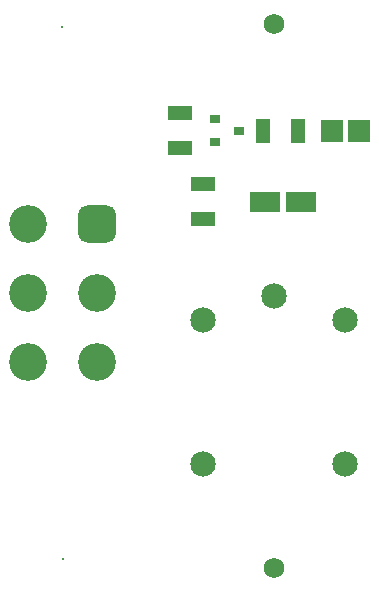
<source format=gts>
G04*
G04 #@! TF.GenerationSoftware,Altium Limited,Altium Designer,18.1.9 (240)*
G04*
G04 Layer_Color=8388736*
%FSLAX25Y25*%
%MOIN*%
G70*
G01*
G75*
%ADD13R,0.03543X0.03150*%
%ADD18R,0.07887X0.04934*%
%ADD19R,0.07493X0.07690*%
%ADD20R,0.04934X0.07887*%
%ADD21R,0.10249X0.06902*%
%ADD22C,0.08477*%
%ADD23C,0.12611*%
G04:AMPARAMS|DCode=24|XSize=126.11mil|YSize=126.11mil|CornerRadius=33.53mil|HoleSize=0mil|Usage=FLASHONLY|Rotation=90.000|XOffset=0mil|YOffset=0mil|HoleType=Round|Shape=RoundedRectangle|*
%AMROUNDEDRECTD24*
21,1,0.12611,0.05906,0,0,90.0*
21,1,0.05906,0.12611,0,0,90.0*
1,1,0.06706,0.02953,0.02953*
1,1,0.06706,0.02953,-0.02953*
1,1,0.06706,-0.02953,-0.02953*
1,1,0.06706,-0.02953,0.02953*
%
%ADD24ROUNDEDRECTD24*%
%ADD25C,0.00800*%
%ADD26C,0.06800*%
D13*
X216535Y200591D02*
D03*
Y193110D02*
D03*
X224410Y196850D02*
D03*
D18*
X204724Y190945D02*
D03*
Y202756D02*
D03*
X212598Y179134D02*
D03*
Y167323D02*
D03*
D19*
X264370Y196850D02*
D03*
X255315D02*
D03*
D20*
X232283D02*
D03*
X244094D02*
D03*
D21*
X233169Y173228D02*
D03*
X245177D02*
D03*
D22*
X236221Y141732D02*
D03*
X212598Y133858D02*
D03*
Y85827D02*
D03*
X259842D02*
D03*
Y133858D02*
D03*
D23*
X154095Y165709D02*
D03*
X177165Y119724D02*
D03*
Y142717D02*
D03*
X154095D02*
D03*
Y119724D02*
D03*
D24*
X177165Y165709D02*
D03*
D25*
X165630Y54016D02*
D03*
X165551Y231417D02*
D03*
D26*
X236221Y232283D02*
D03*
Y51181D02*
D03*
M02*

</source>
